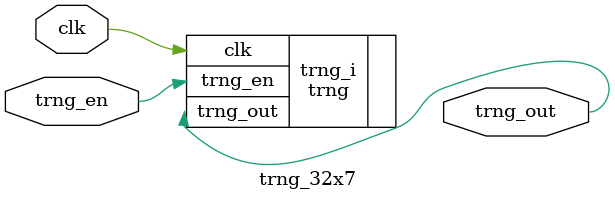
<source format=sv>


`default_nettype none

module trng_32x7 (
    input  clk,     // Sampling clock
    input  trng_en, // Enable all ring oscillators
    output trng_out // Output of the trng
);

    localparam NUM_OSCILLATORS = 32;
    localparam NUM_INVERTER = 7;

    trng #(
        .NUM_INVERTER       (NUM_INVERTER),
        .NUM_OSCILLATORS    (NUM_OSCILLATORS)
    ) trng_i (
        .clk        (clk),
        .trng_en    (trng_en),
        .trng_out   (trng_out)
    );

endmodule

</source>
